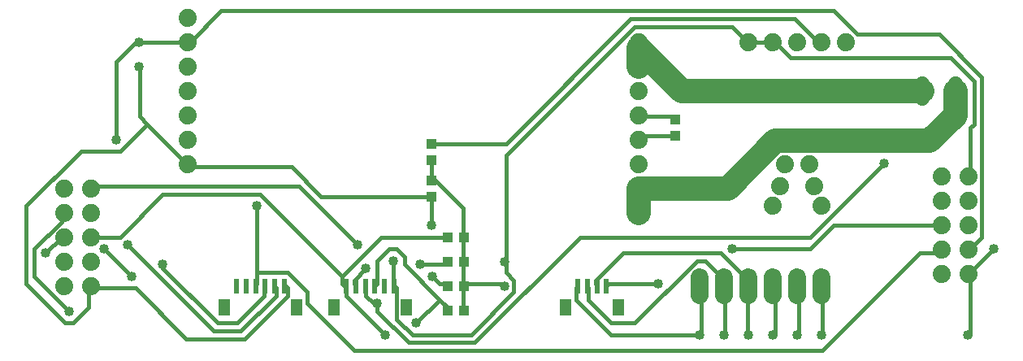
<source format=gtl>
G75*
%MOIN*%
%OFA0B0*%
%FSLAX25Y25*%
%IPPOS*%
%LPD*%
%AMOC8*
5,1,8,0,0,1.08239X$1,22.5*
%
%ADD10C,0.07400*%
%ADD11R,0.04724X0.07087*%
%ADD12R,0.02362X0.06102*%
%ADD13R,0.04331X0.03937*%
%ADD14C,0.06024*%
%ADD15C,0.07400*%
%ADD16R,0.03937X0.04331*%
%ADD17C,0.04000*%
%ADD18C,0.10000*%
%ADD19C,0.01600*%
D10*
X0281000Y0028550D02*
X0281000Y0035950D01*
X0291000Y0035950D02*
X0291000Y0028550D01*
X0301000Y0028550D02*
X0301000Y0035950D01*
X0311000Y0035950D02*
X0311000Y0028550D01*
X0321000Y0028550D02*
X0321000Y0035950D01*
X0331000Y0035950D02*
X0331000Y0028550D01*
D11*
X0247803Y0023490D03*
X0225882Y0023490D03*
X0160803Y0023490D03*
X0130882Y0023490D03*
X0115803Y0023490D03*
X0085882Y0023490D03*
D12*
X0091000Y0032250D03*
X0094937Y0032250D03*
X0098874Y0032250D03*
X0102811Y0032250D03*
X0106748Y0032250D03*
X0110685Y0032250D03*
X0136000Y0032250D03*
X0139937Y0032250D03*
X0143874Y0032250D03*
X0147811Y0032250D03*
X0151748Y0032250D03*
X0155685Y0032250D03*
X0231000Y0032250D03*
X0234937Y0032250D03*
X0238874Y0032250D03*
X0242811Y0032250D03*
D13*
X0184346Y0032250D03*
X0177654Y0032250D03*
X0177654Y0022250D03*
X0184346Y0022250D03*
X0184346Y0042250D03*
X0177654Y0042250D03*
X0177654Y0052250D03*
X0184346Y0052250D03*
D14*
X0372220Y0109238D02*
X0372220Y0115262D01*
X0386000Y0115262D02*
X0386000Y0109238D01*
D15*
X0341000Y0132250D03*
X0331000Y0132250D03*
X0321000Y0132250D03*
X0311000Y0132250D03*
X0301000Y0132250D03*
X0256000Y0132250D03*
X0256000Y0122250D03*
X0256000Y0112250D03*
X0256000Y0102250D03*
X0256000Y0092250D03*
X0256000Y0082250D03*
X0256000Y0072250D03*
X0256000Y0062250D03*
X0311000Y0065250D03*
X0314000Y0073250D03*
X0328000Y0073250D03*
X0331000Y0065250D03*
X0326000Y0082250D03*
X0316000Y0082250D03*
X0380500Y0077250D03*
X0391500Y0077250D03*
X0391500Y0067250D03*
X0380500Y0067250D03*
X0380500Y0057250D03*
X0391500Y0057250D03*
X0391500Y0047250D03*
X0380500Y0047250D03*
X0380500Y0037250D03*
X0391500Y0037250D03*
X0071000Y0082250D03*
X0071000Y0092250D03*
X0071000Y0102250D03*
X0071000Y0112250D03*
X0071000Y0122250D03*
X0071000Y0132250D03*
X0071000Y0142250D03*
X0031500Y0072250D03*
X0020500Y0072250D03*
X0020500Y0062250D03*
X0031500Y0062250D03*
X0031500Y0052250D03*
X0020500Y0052250D03*
X0020500Y0042250D03*
X0031500Y0042250D03*
X0031500Y0032250D03*
X0020500Y0032250D03*
D16*
X0171000Y0068904D03*
X0171000Y0075596D03*
X0171000Y0083904D03*
X0171000Y0090596D03*
X0271000Y0093904D03*
X0271000Y0100596D03*
D17*
X0356800Y0082650D03*
X0401600Y0047450D03*
X0391000Y0012250D03*
X0331000Y0012250D03*
X0321000Y0012250D03*
X0311000Y0012250D03*
X0301000Y0012250D03*
X0291000Y0012250D03*
X0281000Y0012250D03*
X0264000Y0033050D03*
X0294400Y0047450D03*
X0201000Y0042250D03*
X0201000Y0032250D03*
X0171200Y0036250D03*
X0166400Y0041050D03*
X0155200Y0042650D03*
X0144000Y0039450D03*
X0140800Y0049050D03*
X0171000Y0057250D03*
X0099200Y0065050D03*
X0046400Y0049050D03*
X0036800Y0047450D03*
X0012800Y0045850D03*
X0048000Y0036250D03*
X0060800Y0041050D03*
X0022400Y0021850D03*
X0148800Y0025050D03*
X0164800Y0017050D03*
X0152000Y0012250D03*
X0041600Y0092250D03*
X0051000Y0122250D03*
X0051000Y0132250D03*
D18*
X0256000Y0129785D02*
X0256000Y0122250D01*
X0256000Y0129785D02*
X0273535Y0112250D01*
X0372220Y0112250D01*
X0386000Y0112250D02*
X0386000Y0102250D01*
X0375500Y0091750D01*
X0312065Y0091750D01*
X0292565Y0072250D01*
X0256000Y0072250D01*
X0256000Y0062250D01*
D19*
X0020800Y0017050D02*
X0004800Y0033050D01*
X0004800Y0065050D01*
X0027200Y0087450D01*
X0043200Y0087450D01*
X0054400Y0098650D01*
X0051200Y0101850D01*
X0051200Y0121050D01*
X0051000Y0122250D01*
X0041600Y0124250D02*
X0049600Y0132250D01*
X0051000Y0132250D01*
X0071000Y0132250D01*
X0072000Y0132250D01*
X0084800Y0145050D01*
X0336000Y0145050D01*
X0345600Y0135450D01*
X0379200Y0135450D01*
X0396800Y0117850D01*
X0396800Y0052250D01*
X0392000Y0047450D01*
X0391500Y0047250D01*
X0392000Y0037850D02*
X0401600Y0047450D01*
X0392000Y0037850D02*
X0391500Y0037250D01*
X0392000Y0036250D01*
X0392000Y0012250D01*
X0391000Y0012250D01*
X0371200Y0045850D02*
X0331200Y0005850D01*
X0139200Y0005850D01*
X0120000Y0025050D01*
X0120000Y0029850D01*
X0112000Y0037850D01*
X0099200Y0037850D01*
X0099200Y0033050D01*
X0098874Y0032250D01*
X0102400Y0031450D02*
X0102811Y0032250D01*
X0102400Y0031450D02*
X0102400Y0028250D01*
X0091200Y0017050D01*
X0083200Y0017050D01*
X0060800Y0039450D01*
X0060800Y0041050D01*
X0048000Y0036250D02*
X0036800Y0047450D01*
X0031500Y0052250D02*
X0043200Y0052250D01*
X0060800Y0069850D01*
X0100800Y0069850D01*
X0134400Y0036250D01*
X0134400Y0033050D01*
X0136000Y0031450D01*
X0136000Y0032250D01*
X0136000Y0031450D02*
X0136000Y0028250D01*
X0152000Y0012250D01*
X0156800Y0018650D02*
X0156800Y0031450D01*
X0155685Y0032250D01*
X0155200Y0033050D01*
X0155200Y0042650D01*
X0160000Y0044250D02*
X0160000Y0041050D01*
X0174400Y0026650D01*
X0164800Y0017050D01*
X0163200Y0012250D02*
X0156800Y0018650D01*
X0148800Y0021850D02*
X0148800Y0025050D01*
X0147200Y0025050D01*
X0144000Y0028250D01*
X0144000Y0031450D01*
X0143874Y0032250D01*
X0139937Y0032250D02*
X0139200Y0033050D01*
X0139200Y0034650D01*
X0144000Y0039450D01*
X0148800Y0042650D02*
X0148800Y0033050D01*
X0147811Y0032250D01*
X0134400Y0036250D02*
X0150400Y0052250D01*
X0177654Y0052250D01*
X0184000Y0052250D02*
X0184346Y0052250D01*
X0184000Y0052250D02*
X0184000Y0064250D01*
X0171000Y0077250D01*
X0171000Y0075596D01*
X0171000Y0077250D02*
X0171000Y0083904D01*
X0171000Y0090596D02*
X0201546Y0090596D01*
X0252800Y0141850D01*
X0320000Y0141850D01*
X0329600Y0132250D01*
X0331000Y0132250D01*
X0318400Y0125850D02*
X0312000Y0132250D01*
X0311000Y0132250D01*
X0301000Y0132250D01*
X0300800Y0132250D01*
X0294400Y0138650D01*
X0254400Y0138650D01*
X0201600Y0085850D01*
X0201600Y0042650D01*
X0201000Y0042250D01*
X0201600Y0041050D01*
X0201600Y0037850D01*
X0204800Y0034650D01*
X0204800Y0029850D01*
X0187200Y0012250D01*
X0163200Y0012250D01*
X0161600Y0009050D02*
X0148800Y0021850D01*
X0174400Y0026650D02*
X0177600Y0023450D01*
X0177654Y0022250D01*
X0184000Y0023450D02*
X0184346Y0022250D01*
X0184000Y0023450D02*
X0184000Y0031450D01*
X0184346Y0032250D01*
X0184000Y0033050D01*
X0184000Y0041050D01*
X0184346Y0042250D01*
X0184000Y0042650D01*
X0184000Y0052250D01*
X0171000Y0057250D02*
X0171000Y0068904D01*
X0125746Y0068904D01*
X0113600Y0081050D01*
X0072000Y0081050D01*
X0071000Y0082250D01*
X0070400Y0082650D01*
X0054400Y0098650D01*
X0041600Y0092250D02*
X0041600Y0124250D01*
X0032000Y0073050D02*
X0031500Y0072250D01*
X0032000Y0073050D02*
X0116800Y0073050D01*
X0140800Y0049050D01*
X0148800Y0042650D02*
X0153600Y0047450D01*
X0156800Y0047450D01*
X0160000Y0044250D01*
X0166400Y0041050D02*
X0177600Y0041050D01*
X0177654Y0042250D01*
X0171200Y0036250D02*
X0174400Y0033050D01*
X0177600Y0033050D01*
X0177654Y0032250D01*
X0184346Y0032250D02*
X0185600Y0033050D01*
X0200000Y0033050D01*
X0201000Y0032250D01*
X0230400Y0031450D02*
X0230400Y0026650D01*
X0244800Y0012250D01*
X0281000Y0012250D01*
X0281600Y0012250D01*
X0281600Y0031450D01*
X0281000Y0032250D01*
X0289600Y0033050D02*
X0291000Y0032250D01*
X0291200Y0031450D01*
X0291200Y0012250D01*
X0291000Y0012250D01*
X0300800Y0012250D02*
X0301000Y0012250D01*
X0300800Y0012250D02*
X0300800Y0031450D01*
X0301000Y0032250D01*
X0302400Y0033050D01*
X0289600Y0045850D01*
X0249600Y0045850D01*
X0238400Y0034650D01*
X0238400Y0033050D01*
X0238874Y0032250D01*
X0235200Y0031450D02*
X0234937Y0032250D01*
X0235200Y0031450D02*
X0235200Y0026650D01*
X0244800Y0017050D01*
X0254400Y0017050D01*
X0280000Y0042650D01*
X0283200Y0042650D01*
X0289600Y0036250D01*
X0289600Y0033050D01*
X0311000Y0032250D02*
X0312000Y0031450D01*
X0312000Y0012250D01*
X0311000Y0012250D01*
X0321000Y0012250D02*
X0321600Y0012250D01*
X0321600Y0031450D01*
X0321000Y0032250D01*
X0331000Y0032250D02*
X0331200Y0031450D01*
X0331200Y0012250D01*
X0331000Y0012250D01*
X0264000Y0033050D02*
X0243200Y0033050D01*
X0242811Y0032250D01*
X0231000Y0032250D02*
X0230400Y0031450D01*
X0232000Y0052250D02*
X0188800Y0009050D01*
X0161600Y0009050D01*
X0112000Y0028250D02*
X0094400Y0010650D01*
X0070400Y0010650D01*
X0049600Y0031450D01*
X0032000Y0031450D01*
X0031500Y0032250D01*
X0030400Y0031450D01*
X0030400Y0023450D01*
X0024000Y0017050D01*
X0020800Y0017050D01*
X0022400Y0021850D02*
X0008000Y0036250D01*
X0008000Y0047450D01*
X0019200Y0058650D01*
X0019200Y0061850D01*
X0020500Y0062250D01*
X0020500Y0052250D02*
X0019200Y0052250D01*
X0012800Y0045850D01*
X0046400Y0049050D02*
X0081600Y0013850D01*
X0092800Y0013850D01*
X0107200Y0028250D01*
X0107200Y0031450D01*
X0106748Y0032250D01*
X0110400Y0033050D02*
X0110685Y0032250D01*
X0110400Y0033050D02*
X0112000Y0031450D01*
X0112000Y0028250D01*
X0099200Y0037850D02*
X0099200Y0065050D01*
X0232000Y0052250D02*
X0326400Y0052250D01*
X0356800Y0082650D01*
X0391500Y0077250D02*
X0392000Y0077850D01*
X0392000Y0097050D01*
X0393600Y0098650D01*
X0393600Y0116250D01*
X0384000Y0125850D01*
X0318400Y0125850D01*
X0270400Y0101850D02*
X0256000Y0101850D01*
X0256000Y0102250D01*
X0270400Y0101850D02*
X0271000Y0100596D01*
X0271000Y0093904D02*
X0270400Y0093850D01*
X0257600Y0093850D01*
X0256000Y0092250D01*
X0326400Y0047450D02*
X0336000Y0057050D01*
X0379200Y0057050D01*
X0380500Y0057250D01*
X0380500Y0047250D02*
X0379200Y0045850D01*
X0371200Y0045850D01*
X0326400Y0047450D02*
X0294400Y0047450D01*
M02*

</source>
